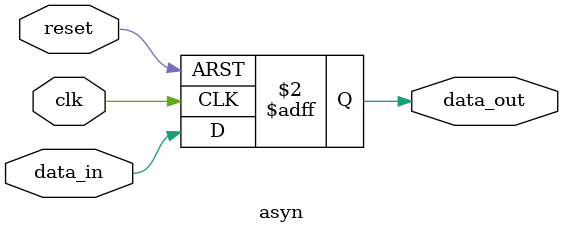
<source format=v>
`ifndef ASYNDFF_V
`define ASYNDFF_V

module asyn (
    data_in, clk, reset, data_out
);
    input data_in;
    input clk, reset;
    output reg data_out;

    always @(posedge clk, posedge reset) begin
        if (reset) begin
            data_out <= 1'b0;
        end
        else begin
            data_out <= data_in;
        end
    end
endmodule

`endif 
</source>
